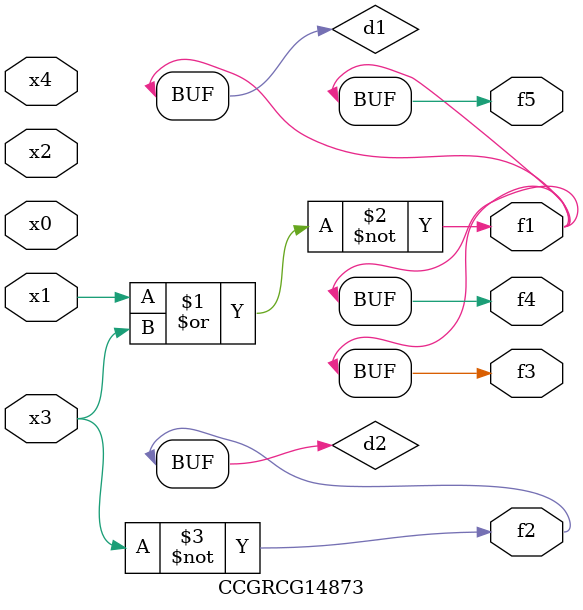
<source format=v>
module CCGRCG14873(
	input x0, x1, x2, x3, x4,
	output f1, f2, f3, f4, f5
);

	wire d1, d2;

	nor (d1, x1, x3);
	not (d2, x3);
	assign f1 = d1;
	assign f2 = d2;
	assign f3 = d1;
	assign f4 = d1;
	assign f5 = d1;
endmodule

</source>
